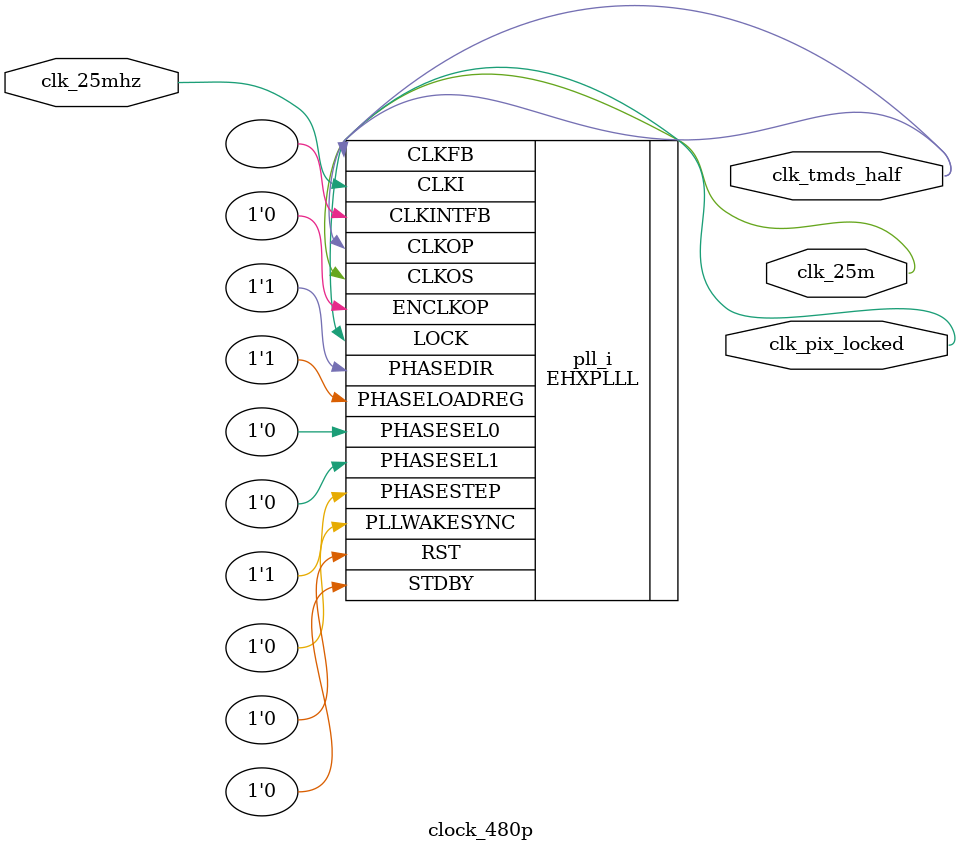
<source format=sv>
module clock_480p
(
	input clk_25mhz, // 25 MHz, 0 deg
	output clk_tmds_half, // 125 MHz, 0 deg
	output clk_25m, // 25 MHz, 0 deg
	output clk_pix_locked
);

(* FREQUENCY_PIN_CLKI="25" *)
(* FREQUENCY_PIN_CLKOP="125" *)
(* FREQUENCY_PIN_CLKOS="25" *)
(* ICP_CURRENT="12" *) (* LPF_RESISTOR="8" *) (* MFG_ENABLE_FILTEROPAMP="1" *) (* MFG_GMCREF_SEL="2" *)
EHXPLLL #(
	.PLLRST_ENA("DISABLED"),
	.INTFB_WAKE("DISABLED"),
	.STDBY_ENABLE("DISABLED"),
	.DPHASE_SOURCE("DISABLED"),
	.OUTDIVIDER_MUXA("DIVA"),
	.OUTDIVIDER_MUXB("DIVB"),
	.OUTDIVIDER_MUXC("DIVC"),
	.OUTDIVIDER_MUXD("DIVD"),
	.CLKI_DIV(1),
	.CLKOP_ENABLE("ENABLED"),
	.CLKOP_DIV(5),
	.CLKOP_CPHASE(2),
	.CLKOP_FPHASE(0),
	.CLKOS_ENABLE("ENABLED"),
	.CLKOS_DIV(25),
	.CLKOS_CPHASE(2),
	.CLKOS_FPHASE(0),
	.FEEDBK_PATH("CLKOP"),
	.CLKFB_DIV(5)
) pll_i (
	.RST(1'b0),
	.STDBY(1'b0),
	.CLKI(clk_25mhz),
	.CLKOP(clk_tmds_half),
	.CLKOS(clk_25m),
	.CLKFB(clk_tmds_half),
	.CLKINTFB(),
	.PHASESEL0(1'b0),
	.PHASESEL1(1'b0),
	.PHASEDIR(1'b1),
	.PHASESTEP(1'b1),
	.PHASELOADREG(1'b1),
	.PLLWAKESYNC(1'b0),
	.ENCLKOP(1'b0),
	.LOCK(clk_pix_locked)
);

endmodule

</source>
